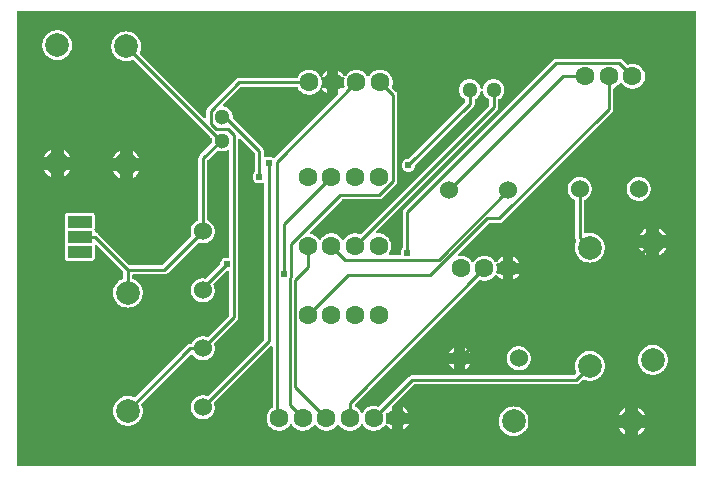
<source format=gbl>
G04 Layer: BottomLayer*
G04 EasyEDA v6.5.34, 2023-09-13 00:54:02*
G04 8d9e425805504cf3a60d87cb7ac09cbe,2c7f107921f9494b8657ce3d0c88cbd9,10*
G04 Gerber Generator version 0.2*
G04 Scale: 100 percent, Rotated: No, Reflected: No *
G04 Dimensions in millimeters *
G04 leading zeros omitted , absolute positions ,4 integer and 5 decimal *
%FSLAX45Y45*%
%MOMM*%

%AMMACRO1*21,1,$1,$2,0,0,$3*%
%ADD10C,0.2540*%
%ADD11C,1.6000*%
%ADD12C,1.5240*%
%ADD13C,1.3000*%
%ADD14MACRO1,2.0206X1.002X0.0000*%
%ADD15C,2.0000*%
%ADD16C,0.6100*%
%ADD17C,0.0189*%

%LPD*%
G36*
X736092Y10825886D02*
G01*
X732180Y10826648D01*
X728878Y10828883D01*
X726694Y10832134D01*
X725932Y10836046D01*
X725932Y14663877D01*
X726694Y14667788D01*
X728878Y14671090D01*
X732180Y14673275D01*
X736092Y14674037D01*
X6463944Y14674037D01*
X6467805Y14673275D01*
X6471107Y14671090D01*
X6473291Y14667788D01*
X6474104Y14663877D01*
X6474104Y10836046D01*
X6473291Y10832134D01*
X6471107Y10828883D01*
X6467805Y10826648D01*
X6463944Y10825886D01*
G37*

%LPC*%
G36*
X4930902Y11075517D02*
G01*
X4946091Y11076432D01*
X4961026Y11079175D01*
X4975555Y11083696D01*
X4989423Y11089944D01*
X5002428Y11097818D01*
X5014366Y11107166D01*
X5025136Y11117935D01*
X5034483Y11129873D01*
X5042357Y11142878D01*
X5048605Y11156746D01*
X5053126Y11171275D01*
X5055870Y11186210D01*
X5056784Y11201400D01*
X5055870Y11216589D01*
X5053126Y11231524D01*
X5048605Y11246053D01*
X5042357Y11259921D01*
X5034483Y11272926D01*
X5025136Y11284864D01*
X5014366Y11295634D01*
X5002428Y11304981D01*
X4989423Y11312855D01*
X4975555Y11319103D01*
X4961026Y11323624D01*
X4946091Y11326368D01*
X4930902Y11327282D01*
X4915712Y11326368D01*
X4900777Y11323624D01*
X4886248Y11319103D01*
X4872380Y11312855D01*
X4859375Y11304981D01*
X4847437Y11295634D01*
X4836668Y11284864D01*
X4827320Y11272926D01*
X4819446Y11259921D01*
X4813198Y11246053D01*
X4808677Y11231524D01*
X4805934Y11216589D01*
X4805019Y11201400D01*
X4805934Y11186210D01*
X4808677Y11171275D01*
X4813198Y11156746D01*
X4819446Y11142878D01*
X4827320Y11129873D01*
X4836668Y11117935D01*
X4847437Y11107166D01*
X4859375Y11097818D01*
X4872380Y11089944D01*
X4886248Y11083696D01*
X4900777Y11079175D01*
X4915712Y11076432D01*
G37*
G36*
X5987237Y11088979D02*
G01*
X5989421Y11089944D01*
X6002426Y11097818D01*
X6014364Y11107166D01*
X6025134Y11117935D01*
X6034481Y11129873D01*
X6042355Y11142878D01*
X6043320Y11145062D01*
X5987237Y11145062D01*
G37*
G36*
X5874562Y11088979D02*
G01*
X5874562Y11145062D01*
X5818479Y11145062D01*
X5819444Y11142878D01*
X5827318Y11129873D01*
X5836666Y11117935D01*
X5847435Y11107166D01*
X5859373Y11097818D01*
X5872378Y11089944D01*
G37*
G36*
X2946400Y11120932D02*
G01*
X2960217Y11121796D01*
X2973781Y11124539D01*
X2986938Y11128959D01*
X2999333Y11135106D01*
X3010865Y11142776D01*
X3021279Y11151920D01*
X3030423Y11162334D01*
X3037941Y11173612D01*
X3040735Y11176457D01*
X3044393Y11177930D01*
X3048406Y11177930D01*
X3052064Y11176457D01*
X3054858Y11173612D01*
X3062376Y11162334D01*
X3071520Y11151920D01*
X3081934Y11142776D01*
X3093466Y11135106D01*
X3105861Y11128959D01*
X3119018Y11124539D01*
X3132582Y11121796D01*
X3146399Y11120932D01*
X3160217Y11121796D01*
X3173780Y11124539D01*
X3186938Y11128959D01*
X3199333Y11135106D01*
X3210864Y11142776D01*
X3221278Y11151920D01*
X3230422Y11162334D01*
X3237941Y11173612D01*
X3240735Y11176457D01*
X3244392Y11177930D01*
X3248406Y11177930D01*
X3252063Y11176457D01*
X3254857Y11173612D01*
X3262376Y11162334D01*
X3271520Y11151920D01*
X3281934Y11142776D01*
X3293465Y11135106D01*
X3305860Y11128959D01*
X3319018Y11124539D01*
X3332581Y11121796D01*
X3346399Y11120932D01*
X3360216Y11121796D01*
X3373780Y11124539D01*
X3386937Y11128959D01*
X3399332Y11135106D01*
X3410864Y11142776D01*
X3421278Y11151920D01*
X3430422Y11162334D01*
X3437940Y11173612D01*
X3440734Y11176457D01*
X3444392Y11177930D01*
X3448405Y11177930D01*
X3452063Y11176457D01*
X3454857Y11173612D01*
X3462375Y11162334D01*
X3471519Y11151920D01*
X3481933Y11142776D01*
X3493465Y11135106D01*
X3505860Y11128959D01*
X3519017Y11124539D01*
X3532581Y11121796D01*
X3546398Y11120932D01*
X3560216Y11121796D01*
X3573779Y11124539D01*
X3586937Y11128959D01*
X3599332Y11135106D01*
X3610864Y11142776D01*
X3621278Y11151920D01*
X3630422Y11162334D01*
X3637940Y11173612D01*
X3640734Y11176457D01*
X3644392Y11177930D01*
X3648405Y11177930D01*
X3652062Y11176457D01*
X3654856Y11173612D01*
X3662375Y11162334D01*
X3671519Y11151920D01*
X3681933Y11142776D01*
X3693464Y11135106D01*
X3705860Y11128959D01*
X3719017Y11124539D01*
X3732580Y11121796D01*
X3746398Y11120932D01*
X3760215Y11121796D01*
X3773779Y11124539D01*
X3786936Y11128959D01*
X3799332Y11135106D01*
X3810863Y11142776D01*
X3821277Y11151920D01*
X3830421Y11162334D01*
X3837940Y11173612D01*
X3840734Y11176457D01*
X3844391Y11177930D01*
X3848404Y11177930D01*
X3852062Y11176457D01*
X3854856Y11173612D01*
X3862374Y11162334D01*
X3871518Y11151920D01*
X3881932Y11142776D01*
X3893464Y11135106D01*
X3900068Y11131854D01*
X3900068Y11180470D01*
X3856431Y11180470D01*
X3852672Y11181181D01*
X3849420Y11183264D01*
X3847185Y11186363D01*
X3846271Y11190071D01*
X3846779Y11193881D01*
X3848658Y11199418D01*
X3851401Y11212982D01*
X3852265Y11226800D01*
X3851401Y11240617D01*
X3848658Y11254181D01*
X3846779Y11259718D01*
X3846271Y11263528D01*
X3847185Y11267236D01*
X3849420Y11270335D01*
X3852672Y11272418D01*
X3856431Y11273129D01*
X3900068Y11273129D01*
X3900068Y11321643D01*
X3900830Y11325504D01*
X3903014Y11328806D01*
X4084269Y11510060D01*
X4087571Y11512245D01*
X4091432Y11513007D01*
X5455158Y11513007D01*
X5463184Y11513820D01*
X5470398Y11516004D01*
X5477052Y11519560D01*
X5483301Y11524691D01*
X5512968Y11554358D01*
X5516372Y11556593D01*
X5520334Y11557355D01*
X5524296Y11556441D01*
X5530646Y11553596D01*
X5545175Y11549075D01*
X5560110Y11546332D01*
X5575300Y11545417D01*
X5590489Y11546332D01*
X5605424Y11549075D01*
X5619953Y11553596D01*
X5633821Y11559844D01*
X5646826Y11567718D01*
X5658764Y11577066D01*
X5669534Y11587835D01*
X5678881Y11599773D01*
X5686755Y11612778D01*
X5693003Y11626646D01*
X5697524Y11641175D01*
X5700268Y11656110D01*
X5701182Y11671300D01*
X5700268Y11686489D01*
X5697524Y11701424D01*
X5693003Y11715953D01*
X5686755Y11729821D01*
X5678881Y11742826D01*
X5669534Y11754764D01*
X5658764Y11765534D01*
X5646826Y11774881D01*
X5633821Y11782755D01*
X5619953Y11789003D01*
X5605424Y11793524D01*
X5590489Y11796268D01*
X5575300Y11797182D01*
X5560110Y11796268D01*
X5545175Y11793524D01*
X5530646Y11789003D01*
X5516778Y11782755D01*
X5503773Y11774881D01*
X5491835Y11765534D01*
X5481066Y11754764D01*
X5471718Y11742826D01*
X5463844Y11729821D01*
X5457596Y11715953D01*
X5453075Y11701424D01*
X5450332Y11686489D01*
X5449417Y11671300D01*
X5450332Y11656110D01*
X5453075Y11641175D01*
X5457596Y11626646D01*
X5460441Y11620296D01*
X5461355Y11616334D01*
X5460593Y11612372D01*
X5458358Y11608968D01*
X5442610Y11593220D01*
X5439308Y11591036D01*
X5435447Y11590223D01*
X4071721Y11590223D01*
X4063695Y11589461D01*
X4056481Y11587276D01*
X4049826Y11583720D01*
X4043578Y11578590D01*
X3793388Y11328400D01*
X3790340Y11326266D01*
X3786682Y11325453D01*
X3782974Y11325961D01*
X3773779Y11329060D01*
X3760215Y11331803D01*
X3746398Y11332667D01*
X3732580Y11331803D01*
X3719017Y11329060D01*
X3705860Y11324640D01*
X3693464Y11318494D01*
X3681933Y11310823D01*
X3671519Y11301679D01*
X3662375Y11291265D01*
X3654856Y11279987D01*
X3652062Y11277142D01*
X3648405Y11275618D01*
X3644392Y11275618D01*
X3640734Y11277142D01*
X3637940Y11279987D01*
X3630422Y11291265D01*
X3621278Y11301679D01*
X3610864Y11310823D01*
X3599332Y11318494D01*
X3590696Y11322761D01*
X3587699Y11324996D01*
X3585718Y11328196D01*
X3585006Y11331905D01*
X3585006Y11339880D01*
X3585768Y11343792D01*
X3588004Y11347094D01*
X4636109Y12395200D01*
X4639208Y12397282D01*
X4642815Y12398146D01*
X4646523Y12397638D01*
X4655718Y12394539D01*
X4669282Y12391796D01*
X4683099Y12390932D01*
X4696917Y12391796D01*
X4710480Y12394539D01*
X4723638Y12398959D01*
X4736033Y12405106D01*
X4747564Y12412776D01*
X4757978Y12421920D01*
X4767122Y12432334D01*
X4774641Y12443612D01*
X4777435Y12446457D01*
X4781092Y12447930D01*
X4785106Y12447930D01*
X4788763Y12446457D01*
X4791557Y12443612D01*
X4799076Y12432334D01*
X4808220Y12421920D01*
X4818634Y12412776D01*
X4830165Y12405106D01*
X4836769Y12401854D01*
X4836769Y12450470D01*
X4793132Y12450470D01*
X4789373Y12451181D01*
X4786122Y12453264D01*
X4783886Y12456363D01*
X4782972Y12460071D01*
X4783480Y12463881D01*
X4785360Y12469418D01*
X4788103Y12482982D01*
X4788966Y12496800D01*
X4788103Y12510617D01*
X4785360Y12524181D01*
X4783480Y12529718D01*
X4782972Y12533528D01*
X4783886Y12537236D01*
X4786122Y12540335D01*
X4789373Y12542418D01*
X4793132Y12543129D01*
X4836769Y12543129D01*
X4836769Y12591745D01*
X4830165Y12588494D01*
X4818634Y12580823D01*
X4808220Y12571679D01*
X4799076Y12561265D01*
X4791557Y12549987D01*
X4788763Y12547142D01*
X4785106Y12545618D01*
X4781092Y12545618D01*
X4777435Y12547142D01*
X4774641Y12549987D01*
X4767122Y12561265D01*
X4757978Y12571679D01*
X4747564Y12580823D01*
X4736033Y12588494D01*
X4723638Y12594640D01*
X4710480Y12599060D01*
X4696917Y12601803D01*
X4683099Y12602667D01*
X4669282Y12601803D01*
X4655718Y12599060D01*
X4642561Y12594640D01*
X4630166Y12588494D01*
X4618634Y12580823D01*
X4608220Y12571679D01*
X4599076Y12561265D01*
X4591558Y12549987D01*
X4588764Y12547142D01*
X4585106Y12545618D01*
X4581093Y12545618D01*
X4577435Y12547142D01*
X4574641Y12549987D01*
X4567123Y12561265D01*
X4557979Y12571679D01*
X4547565Y12580823D01*
X4536033Y12588494D01*
X4523638Y12594640D01*
X4510481Y12599060D01*
X4496917Y12601803D01*
X4483100Y12602667D01*
X4469282Y12601803D01*
X4464253Y12601702D01*
X4460392Y12603530D01*
X4457598Y12606832D01*
X4456430Y12610947D01*
X4457039Y12615164D01*
X4459376Y12618770D01*
X4718710Y12878104D01*
X4722012Y12880289D01*
X4725873Y12881051D01*
X4808220Y12881051D01*
X4816246Y12881864D01*
X4823460Y12884048D01*
X4830114Y12887604D01*
X4836363Y12892735D01*
X5764174Y13820546D01*
X5769254Y13826744D01*
X5772810Y13833449D01*
X5775045Y13840663D01*
X5775807Y13848689D01*
X5775807Y14017294D01*
X5776518Y14021003D01*
X5778500Y14024152D01*
X5781497Y14026438D01*
X5790133Y14030706D01*
X5801664Y14038376D01*
X5812078Y14047520D01*
X5821222Y14057934D01*
X5828741Y14069212D01*
X5831535Y14072057D01*
X5835192Y14073530D01*
X5839206Y14073530D01*
X5842863Y14072057D01*
X5845657Y14069212D01*
X5853176Y14057934D01*
X5862320Y14047520D01*
X5872734Y14038376D01*
X5884265Y14030706D01*
X5896660Y14024559D01*
X5909818Y14020139D01*
X5923381Y14017396D01*
X5937199Y14016532D01*
X5951016Y14017396D01*
X5964580Y14020139D01*
X5977737Y14024559D01*
X5990132Y14030706D01*
X6001664Y14038376D01*
X6012078Y14047520D01*
X6021222Y14057934D01*
X6028893Y14069466D01*
X6035040Y14081861D01*
X6039459Y14095018D01*
X6042202Y14108582D01*
X6043066Y14122400D01*
X6042202Y14136217D01*
X6039459Y14149781D01*
X6035040Y14162938D01*
X6028893Y14175333D01*
X6021222Y14186865D01*
X6012078Y14197279D01*
X6001664Y14206423D01*
X5990132Y14214094D01*
X5977737Y14220240D01*
X5964580Y14224660D01*
X5951016Y14227403D01*
X5937199Y14228267D01*
X5923381Y14227403D01*
X5909818Y14224660D01*
X5900623Y14221561D01*
X5896914Y14221053D01*
X5893308Y14221917D01*
X5890209Y14224000D01*
X5854700Y14259458D01*
X5848502Y14264589D01*
X5841847Y14268145D01*
X5834583Y14270329D01*
X5826556Y14271142D01*
X5293461Y14271142D01*
X5285435Y14270329D01*
X5278221Y14268145D01*
X5271516Y14264589D01*
X5265318Y14259458D01*
X4005376Y12999567D01*
X4000246Y12993319D01*
X3996690Y12986664D01*
X3994505Y12979450D01*
X3993743Y12971424D01*
X3993743Y12674650D01*
X3992930Y12670790D01*
X3990746Y12667488D01*
X3989171Y12665862D01*
X3983532Y12657836D01*
X3979367Y12648946D01*
X3976827Y12639446D01*
X3975963Y12629642D01*
X3976776Y12620244D01*
X3976268Y12616129D01*
X3974134Y12612522D01*
X3970731Y12610084D01*
X3966667Y12609220D01*
X3881628Y12609220D01*
X3877360Y12610134D01*
X3873906Y12612776D01*
X3871823Y12616637D01*
X3871569Y12620955D01*
X3873144Y12625019D01*
X3879392Y12634366D01*
X3885539Y12646761D01*
X3889959Y12659918D01*
X3892702Y12673482D01*
X3893565Y12687300D01*
X3892702Y12701117D01*
X3889959Y12714732D01*
X3885539Y12727838D01*
X3879392Y12740233D01*
X3871722Y12751765D01*
X3862578Y12762179D01*
X3852164Y12771323D01*
X3840632Y12778994D01*
X3828237Y12785140D01*
X3815079Y12789560D01*
X3801516Y12792303D01*
X3787698Y12793167D01*
X3773525Y12792202D01*
X3769258Y12792303D01*
X3765346Y12794132D01*
X3762603Y12797383D01*
X3761435Y12801498D01*
X3762044Y12805765D01*
X3764381Y12809372D01*
X4787950Y13832941D01*
X4793081Y13839190D01*
X4796637Y13845844D01*
X4798822Y13853058D01*
X4799634Y13861084D01*
X4799634Y13919860D01*
X4800244Y13923314D01*
X4801971Y13926362D01*
X4804714Y13928648D01*
X4811826Y13932763D01*
X4821834Y13940536D01*
X4830622Y13949680D01*
X4838090Y13959941D01*
X4844034Y13971117D01*
X4848352Y13983055D01*
X4850993Y13995450D01*
X4851908Y14008100D01*
X4850993Y14020749D01*
X4848352Y14033144D01*
X4844034Y14045082D01*
X4838090Y14056258D01*
X4830622Y14066519D01*
X4821834Y14075663D01*
X4811826Y14083436D01*
X4800854Y14089786D01*
X4789068Y14094510D01*
X4776774Y14097609D01*
X4764176Y14098930D01*
X4751476Y14098473D01*
X4739030Y14096288D01*
X4726940Y14092377D01*
X4715560Y14086789D01*
X4705045Y14079728D01*
X4695647Y14071244D01*
X4687468Y14061541D01*
X4680762Y14050772D01*
X4675581Y14039189D01*
X4672076Y14026946D01*
X4671110Y14020647D01*
X4669739Y14016888D01*
X4667046Y14013942D01*
X4663389Y14012265D01*
X4659376Y14012163D01*
X4655616Y14013586D01*
X4652721Y14016380D01*
X4651146Y14020038D01*
X4648352Y14033144D01*
X4644034Y14045082D01*
X4638090Y14056258D01*
X4630623Y14066519D01*
X4621834Y14075663D01*
X4611827Y14083436D01*
X4600854Y14089786D01*
X4589068Y14094510D01*
X4576775Y14097609D01*
X4564176Y14098930D01*
X4551476Y14098473D01*
X4539030Y14096288D01*
X4526940Y14092377D01*
X4515561Y14086789D01*
X4505045Y14079728D01*
X4495647Y14071244D01*
X4487468Y14061541D01*
X4480763Y14050772D01*
X4475581Y14039189D01*
X4472127Y14026997D01*
X4470349Y14014450D01*
X4470349Y14001750D01*
X4472127Y13989202D01*
X4475581Y13977010D01*
X4480763Y13965428D01*
X4487468Y13954658D01*
X4495647Y13944955D01*
X4505045Y13936472D01*
X4519726Y13926616D01*
X4521708Y13923416D01*
X4522419Y13919707D01*
X4522419Y13910462D01*
X4521606Y13906550D01*
X4519422Y13903248D01*
X4045254Y13429081D01*
X4042359Y13427100D01*
X4038955Y13426186D01*
X4030929Y13425474D01*
X4021429Y13422934D01*
X4012539Y13418769D01*
X4004462Y13413130D01*
X3997553Y13406170D01*
X3991914Y13398144D01*
X3987749Y13389254D01*
X3985209Y13379754D01*
X3984345Y13369950D01*
X3985209Y13360146D01*
X3987749Y13350646D01*
X3991914Y13341756D01*
X3997553Y13333730D01*
X4004462Y13326770D01*
X4012539Y13321131D01*
X4021429Y13316966D01*
X4030929Y13314426D01*
X4040733Y13313562D01*
X4050487Y13314426D01*
X4059986Y13316966D01*
X4068876Y13321131D01*
X4076954Y13326770D01*
X4083913Y13333730D01*
X4089552Y13341756D01*
X4093667Y13350646D01*
X4096207Y13360146D01*
X4096918Y13368223D01*
X4097832Y13371626D01*
X4099864Y13374522D01*
X4587951Y13862608D01*
X4593082Y13868806D01*
X4596638Y13875512D01*
X4598822Y13882725D01*
X4599635Y13890751D01*
X4599635Y13919860D01*
X4600244Y13923314D01*
X4601972Y13926362D01*
X4604715Y13928648D01*
X4611827Y13932763D01*
X4621834Y13940536D01*
X4630623Y13949680D01*
X4638090Y13959941D01*
X4644034Y13971117D01*
X4648352Y13983055D01*
X4651146Y13996466D01*
X4652772Y14000175D01*
X4655667Y14002969D01*
X4659426Y14004442D01*
X4663440Y14004290D01*
X4667097Y14002613D01*
X4669840Y13999616D01*
X4671161Y13995806D01*
X4672126Y13989202D01*
X4675581Y13977010D01*
X4680762Y13965428D01*
X4687468Y13954658D01*
X4695647Y13944955D01*
X4705045Y13936472D01*
X4719726Y13926616D01*
X4721707Y13923416D01*
X4722418Y13919707D01*
X4722418Y13880795D01*
X4721606Y13876934D01*
X4719421Y13873632D01*
X3634689Y12788900D01*
X3631641Y12786817D01*
X3627983Y12785953D01*
X3624275Y12786461D01*
X3615080Y12789560D01*
X3601516Y12792303D01*
X3587699Y12793167D01*
X3573881Y12792303D01*
X3560318Y12789560D01*
X3547160Y12785140D01*
X3534765Y12778994D01*
X3523234Y12771323D01*
X3512820Y12762179D01*
X3503676Y12751765D01*
X3496157Y12740487D01*
X3493363Y12737642D01*
X3489706Y12736169D01*
X3485692Y12736169D01*
X3482035Y12737642D01*
X3479241Y12740487D01*
X3471722Y12751765D01*
X3462578Y12762179D01*
X3452164Y12771323D01*
X3440633Y12778994D01*
X3428237Y12785140D01*
X3415080Y12789560D01*
X3401517Y12792303D01*
X3387699Y12793167D01*
X3373882Y12792303D01*
X3360318Y12789560D01*
X3347161Y12785140D01*
X3334765Y12778994D01*
X3323234Y12771323D01*
X3312820Y12762179D01*
X3303676Y12751765D01*
X3296158Y12740487D01*
X3293364Y12737642D01*
X3289706Y12736169D01*
X3285693Y12736169D01*
X3282035Y12737642D01*
X3279241Y12740487D01*
X3271723Y12751765D01*
X3262579Y12762179D01*
X3252165Y12771323D01*
X3240633Y12778994D01*
X3228238Y12785140D01*
X3215081Y12789560D01*
X3212388Y12790119D01*
X3208375Y12791846D01*
X3205480Y12795097D01*
X3204260Y12799314D01*
X3204819Y12803581D01*
X3207156Y12807289D01*
X3477869Y13077952D01*
X3481171Y13080187D01*
X3485083Y13080949D01*
X3790696Y13080949D01*
X3798722Y13081762D01*
X3805986Y13083946D01*
X3812641Y13087502D01*
X3818839Y13092633D01*
X3934612Y13208355D01*
X3939743Y13214604D01*
X3943299Y13221258D01*
X3945483Y13228472D01*
X3946296Y13236498D01*
X3946296Y13963853D01*
X3945483Y13971879D01*
X3943299Y13979093D01*
X3939743Y13985748D01*
X3934612Y13991996D01*
X3901998Y14024610D01*
X3899915Y14027708D01*
X3899052Y14031315D01*
X3899560Y14035024D01*
X3902659Y14044218D01*
X3905402Y14057782D01*
X3906265Y14071600D01*
X3905402Y14085417D01*
X3902659Y14098981D01*
X3898239Y14112138D01*
X3892092Y14124533D01*
X3884422Y14136065D01*
X3875278Y14146479D01*
X3864864Y14155623D01*
X3853332Y14163294D01*
X3840937Y14169440D01*
X3827779Y14173860D01*
X3814216Y14176603D01*
X3800398Y14177467D01*
X3786581Y14176603D01*
X3773017Y14173860D01*
X3759860Y14169440D01*
X3747465Y14163294D01*
X3735933Y14155623D01*
X3725519Y14146479D01*
X3716375Y14136065D01*
X3708857Y14124787D01*
X3706063Y14121942D01*
X3702405Y14120418D01*
X3698392Y14120418D01*
X3694734Y14121942D01*
X3691940Y14124787D01*
X3684422Y14136065D01*
X3675278Y14146479D01*
X3664864Y14155623D01*
X3653332Y14163294D01*
X3640937Y14169440D01*
X3627780Y14173860D01*
X3614216Y14176603D01*
X3600399Y14177467D01*
X3586581Y14176603D01*
X3573018Y14173860D01*
X3559860Y14169440D01*
X3547465Y14163294D01*
X3535934Y14155623D01*
X3525520Y14146479D01*
X3516376Y14136065D01*
X3508857Y14124787D01*
X3506063Y14121942D01*
X3502406Y14120418D01*
X3498392Y14120418D01*
X3494735Y14121942D01*
X3491941Y14124787D01*
X3484422Y14136065D01*
X3475278Y14146479D01*
X3464864Y14155623D01*
X3453333Y14163294D01*
X3446729Y14166545D01*
X3446729Y14117929D01*
X3490366Y14117929D01*
X3494125Y14117218D01*
X3497376Y14115135D01*
X3499612Y14112036D01*
X3500526Y14108328D01*
X3500018Y14104518D01*
X3498138Y14098981D01*
X3495395Y14085417D01*
X3494532Y14071600D01*
X3495395Y14057782D01*
X3498138Y14044218D01*
X3500018Y14038681D01*
X3500526Y14034871D01*
X3499612Y14031163D01*
X3497376Y14028064D01*
X3494125Y14025981D01*
X3490366Y14025270D01*
X3446729Y14025270D01*
X3446729Y13976756D01*
X3445967Y13972844D01*
X3443782Y13969593D01*
X2906268Y13432078D01*
X2903372Y13430046D01*
X2899968Y13429132D01*
X2896463Y13429437D01*
X2893263Y13430961D01*
X2885795Y13436142D01*
X2876905Y13440308D01*
X2867406Y13442848D01*
X2857652Y13443712D01*
X2847848Y13442848D01*
X2838348Y13440308D01*
X2831744Y13437209D01*
X2827782Y13436295D01*
X2823768Y13436955D01*
X2820365Y13439140D01*
X2818079Y13442442D01*
X2817266Y13446455D01*
X2817266Y13486180D01*
X2816504Y13494207D01*
X2814269Y13501420D01*
X2810713Y13508126D01*
X2805633Y13514324D01*
X2557322Y13762634D01*
X2555036Y13766088D01*
X2554325Y13770152D01*
X2554732Y13781074D01*
X2553411Y13793673D01*
X2550312Y13805966D01*
X2545588Y13817752D01*
X2539238Y13828725D01*
X2531465Y13838732D01*
X2522321Y13847521D01*
X2512060Y13854988D01*
X2500884Y13860932D01*
X2488946Y13865250D01*
X2479294Y13867333D01*
X2475382Y13869111D01*
X2472537Y13872362D01*
X2471267Y13876528D01*
X2471877Y13880795D01*
X2474214Y13884452D01*
X2619806Y14029994D01*
X2623108Y14032230D01*
X2627020Y14032992D01*
X3095294Y14032992D01*
X3099003Y14032280D01*
X3102152Y14030299D01*
X3104438Y14027302D01*
X3108706Y14018666D01*
X3116376Y14007134D01*
X3125520Y13996720D01*
X3135934Y13987576D01*
X3147466Y13979906D01*
X3159861Y13973759D01*
X3173018Y13969339D01*
X3186582Y13966596D01*
X3200400Y13965732D01*
X3214217Y13966596D01*
X3227781Y13969339D01*
X3240938Y13973759D01*
X3253333Y13979906D01*
X3264865Y13987576D01*
X3275279Y13996720D01*
X3284423Y14007134D01*
X3291941Y14018412D01*
X3294735Y14021257D01*
X3298393Y14022730D01*
X3302406Y14022730D01*
X3306064Y14021257D01*
X3308858Y14018412D01*
X3316376Y14007134D01*
X3325520Y13996720D01*
X3335934Y13987576D01*
X3347465Y13979906D01*
X3354070Y13976654D01*
X3354070Y14025270D01*
X3310432Y14025270D01*
X3306673Y14025981D01*
X3303422Y14028064D01*
X3301187Y14031163D01*
X3300272Y14034871D01*
X3300780Y14038681D01*
X3302660Y14044218D01*
X3305403Y14057782D01*
X3306267Y14071600D01*
X3305403Y14085417D01*
X3302660Y14098981D01*
X3300780Y14104518D01*
X3300272Y14108328D01*
X3301187Y14112036D01*
X3303422Y14115135D01*
X3306673Y14117218D01*
X3310432Y14117929D01*
X3354070Y14117929D01*
X3354070Y14166545D01*
X3347465Y14163294D01*
X3335934Y14155623D01*
X3325520Y14146479D01*
X3316376Y14136065D01*
X3308858Y14124787D01*
X3306064Y14121942D01*
X3302406Y14120418D01*
X3298393Y14120418D01*
X3294735Y14121942D01*
X3291941Y14124787D01*
X3284423Y14136065D01*
X3275279Y14146479D01*
X3264865Y14155623D01*
X3253333Y14163294D01*
X3240938Y14169440D01*
X3227781Y14173860D01*
X3214217Y14176603D01*
X3200400Y14177467D01*
X3186582Y14176603D01*
X3173018Y14173860D01*
X3159861Y14169440D01*
X3147466Y14163294D01*
X3135934Y14155623D01*
X3125520Y14146479D01*
X3116376Y14136065D01*
X3108706Y14124533D01*
X3104438Y14115897D01*
X3102152Y14112900D01*
X3099003Y14110919D01*
X3095294Y14110207D01*
X2607310Y14110207D01*
X2599283Y14109395D01*
X2592070Y14107210D01*
X2585364Y14103654D01*
X2579166Y14098524D01*
X2340406Y13859763D01*
X2335276Y13853566D01*
X2331720Y13846860D01*
X2329535Y13839647D01*
X2328722Y13831620D01*
X2328722Y13777823D01*
X2327960Y13773912D01*
X2325725Y13770610D01*
X2322474Y13768425D01*
X2318562Y13767663D01*
X2314702Y13768425D01*
X2311400Y13770610D01*
X1767941Y14314068D01*
X1765706Y14317472D01*
X1764944Y14321434D01*
X1765858Y14325396D01*
X1768703Y14331746D01*
X1773224Y14346275D01*
X1775968Y14361210D01*
X1776882Y14376400D01*
X1775968Y14391589D01*
X1773224Y14406524D01*
X1768703Y14421053D01*
X1762455Y14434921D01*
X1754581Y14447926D01*
X1745234Y14459864D01*
X1734464Y14470634D01*
X1722526Y14479981D01*
X1709521Y14487855D01*
X1695653Y14494103D01*
X1681124Y14498624D01*
X1666189Y14501368D01*
X1651000Y14502282D01*
X1635810Y14501368D01*
X1620875Y14498624D01*
X1606346Y14494103D01*
X1592478Y14487855D01*
X1579473Y14479981D01*
X1567535Y14470634D01*
X1556766Y14459864D01*
X1547418Y14447926D01*
X1539544Y14434921D01*
X1533296Y14421053D01*
X1528775Y14406524D01*
X1526032Y14391589D01*
X1525117Y14376400D01*
X1526032Y14361210D01*
X1528775Y14346275D01*
X1533296Y14331746D01*
X1539544Y14317878D01*
X1547418Y14304873D01*
X1556766Y14292935D01*
X1567535Y14282166D01*
X1579473Y14272818D01*
X1592478Y14264944D01*
X1606346Y14258696D01*
X1620875Y14254175D01*
X1635810Y14251432D01*
X1651000Y14250517D01*
X1666189Y14251432D01*
X1681124Y14254175D01*
X1695653Y14258696D01*
X1702003Y14261541D01*
X1705965Y14262455D01*
X1709928Y14261693D01*
X1713331Y14259458D01*
X2371445Y13601395D01*
X2373833Y13597585D01*
X2374341Y13593114D01*
X2373071Y13581075D01*
X2373528Y13568375D01*
X2374392Y13563498D01*
X2374442Y13560247D01*
X2373477Y13557199D01*
X2371547Y13554557D01*
X2271776Y13454786D01*
X2266645Y13448538D01*
X2263089Y13441883D01*
X2260904Y13434669D01*
X2260142Y13426643D01*
X2260142Y12911175D01*
X2259431Y12907518D01*
X2257501Y12904317D01*
X2254554Y12902082D01*
X2246680Y12898120D01*
X2235454Y12890398D01*
X2225344Y12881254D01*
X2216505Y12870840D01*
X2209190Y12859359D01*
X2203450Y12846964D01*
X2199386Y12833959D01*
X2197150Y12820497D01*
X2196693Y12806883D01*
X2198065Y12793319D01*
X2201214Y12780060D01*
X2202383Y12777063D01*
X2203043Y12773253D01*
X2202230Y12769443D01*
X2200046Y12766243D01*
X1961591Y12527737D01*
X1958289Y12525552D01*
X1954377Y12524740D01*
X1683918Y12524740D01*
X1680006Y12525552D01*
X1676704Y12527737D01*
X1413967Y12790474D01*
X1407718Y12795605D01*
X1401064Y12799161D01*
X1389837Y12802463D01*
X1386890Y12804698D01*
X1384909Y12807848D01*
X1383538Y12819481D01*
X1382064Y12823698D01*
X1381506Y12827050D01*
X1382064Y12830403D01*
X1383538Y12834620D01*
X1384249Y12840970D01*
X1384249Y12940131D01*
X1383538Y12946481D01*
X1381607Y12951917D01*
X1378559Y12956844D01*
X1374444Y12960908D01*
X1369568Y12964007D01*
X1364081Y12965887D01*
X1357782Y12966598D01*
X1156970Y12966598D01*
X1150670Y12965887D01*
X1145184Y12964007D01*
X1140307Y12960908D01*
X1136192Y12956844D01*
X1133144Y12951917D01*
X1131214Y12946481D01*
X1130503Y12940131D01*
X1130503Y12840970D01*
X1131214Y12834620D01*
X1132687Y12830403D01*
X1133246Y12827050D01*
X1132687Y12823698D01*
X1131214Y12819481D01*
X1130503Y12813131D01*
X1130503Y12713970D01*
X1131214Y12707620D01*
X1132687Y12703403D01*
X1133246Y12700050D01*
X1132687Y12696698D01*
X1131214Y12692481D01*
X1130503Y12686131D01*
X1130503Y12586970D01*
X1131214Y12580620D01*
X1133144Y12575184D01*
X1136192Y12570256D01*
X1140307Y12566192D01*
X1145184Y12563094D01*
X1150670Y12561214D01*
X1156970Y12560452D01*
X1357782Y12560452D01*
X1364081Y12561214D01*
X1369568Y12563094D01*
X1374444Y12566192D01*
X1378559Y12570256D01*
X1381607Y12575184D01*
X1383538Y12580620D01*
X1384249Y12586970D01*
X1384249Y12686487D01*
X1385011Y12690348D01*
X1387246Y12693650D01*
X1390497Y12695885D01*
X1394409Y12696647D01*
X1398320Y12695885D01*
X1401572Y12693650D01*
X1622094Y12473127D01*
X1624330Y12469825D01*
X1625092Y12465964D01*
X1625092Y12417298D01*
X1624380Y12413488D01*
X1622247Y12410236D01*
X1619097Y12408001D01*
X1605178Y12401753D01*
X1592173Y12393879D01*
X1580235Y12384532D01*
X1569466Y12373762D01*
X1560118Y12361824D01*
X1552244Y12348819D01*
X1545996Y12334951D01*
X1541475Y12320422D01*
X1538732Y12305487D01*
X1537817Y12290298D01*
X1538732Y12275108D01*
X1541475Y12260173D01*
X1545996Y12245644D01*
X1552244Y12231776D01*
X1560118Y12218771D01*
X1569466Y12206833D01*
X1580235Y12196064D01*
X1592173Y12186716D01*
X1605178Y12178842D01*
X1619046Y12172594D01*
X1633575Y12168073D01*
X1648510Y12165330D01*
X1663700Y12164415D01*
X1678889Y12165330D01*
X1693824Y12168073D01*
X1708353Y12172594D01*
X1722221Y12178842D01*
X1735226Y12186716D01*
X1747164Y12196064D01*
X1757934Y12206833D01*
X1767281Y12218771D01*
X1775155Y12231776D01*
X1781403Y12245644D01*
X1785924Y12260173D01*
X1788668Y12275108D01*
X1789582Y12290298D01*
X1788668Y12305487D01*
X1785924Y12320422D01*
X1781403Y12334951D01*
X1775155Y12348819D01*
X1767281Y12361824D01*
X1757934Y12373762D01*
X1747164Y12384532D01*
X1735226Y12393879D01*
X1722221Y12401753D01*
X1708302Y12408001D01*
X1705152Y12410236D01*
X1703070Y12413488D01*
X1702307Y12417298D01*
X1702307Y12437364D01*
X1703070Y12441275D01*
X1705305Y12444577D01*
X1708607Y12446762D01*
X1712468Y12447524D01*
X1974088Y12447524D01*
X1982114Y12448336D01*
X1989378Y12450521D01*
X1996033Y12454077D01*
X2002231Y12459208D01*
X2254504Y12711480D01*
X2257450Y12713512D01*
X2260854Y12714427D01*
X2264410Y12714122D01*
X2278380Y12710261D01*
X2291892Y12708432D01*
X2305507Y12708432D01*
X2319070Y12710261D01*
X2332177Y12713868D01*
X2344775Y12719151D01*
X2356510Y12726111D01*
X2367178Y12734594D01*
X2376678Y12744399D01*
X2384755Y12755372D01*
X2391308Y12767310D01*
X2396236Y12780060D01*
X2399385Y12793319D01*
X2400757Y12806883D01*
X2400300Y12820497D01*
X2398014Y12833959D01*
X2394000Y12846964D01*
X2388260Y12859359D01*
X2380894Y12870840D01*
X2372106Y12881254D01*
X2361996Y12890398D01*
X2350719Y12898120D01*
X2342896Y12902082D01*
X2339949Y12904317D01*
X2338019Y12907467D01*
X2337358Y12911124D01*
X2337358Y13406932D01*
X2338120Y13410793D01*
X2340305Y13414095D01*
X2418130Y13491921D01*
X2421483Y13494156D01*
X2425496Y13494867D01*
X2429408Y13494004D01*
X2432812Y13492480D01*
X2445004Y13489025D01*
X2457551Y13487247D01*
X2470251Y13487247D01*
X2482799Y13489025D01*
X2494991Y13492480D01*
X2507081Y13497864D01*
X2510993Y13498779D01*
X2514955Y13498068D01*
X2518308Y13495883D01*
X2520594Y13492530D01*
X2521407Y13488619D01*
X2521407Y12596622D01*
X2520543Y12592507D01*
X2518105Y12589154D01*
X2514498Y12587020D01*
X2510332Y12586512D01*
X2501442Y12587274D01*
X2491638Y12586411D01*
X2482138Y12583871D01*
X2473248Y12579705D01*
X2465171Y12574117D01*
X2458262Y12567158D01*
X2452624Y12559080D01*
X2448458Y12550190D01*
X2445918Y12540691D01*
X2445207Y12532664D01*
X2444292Y12529261D01*
X2442260Y12526365D01*
X2328672Y12412776D01*
X2325979Y12410846D01*
X2322779Y12409881D01*
X2319477Y12409982D01*
X2312314Y12411456D01*
X2298700Y12412370D01*
X2285085Y12411456D01*
X2271725Y12408763D01*
X2258872Y12404293D01*
X2246680Y12398146D01*
X2235454Y12390424D01*
X2225344Y12381280D01*
X2216505Y12370866D01*
X2209190Y12359335D01*
X2203450Y12346990D01*
X2199386Y12333935D01*
X2197150Y12320524D01*
X2196693Y12306858D01*
X2198065Y12293295D01*
X2201214Y12280036D01*
X2206091Y12267336D01*
X2212644Y12255347D01*
X2220772Y12244374D01*
X2230221Y12234570D01*
X2240940Y12226137D01*
X2252675Y12219178D01*
X2265222Y12213844D01*
X2278380Y12210237D01*
X2291892Y12208408D01*
X2305507Y12208408D01*
X2319070Y12210237D01*
X2332177Y12213844D01*
X2344775Y12219178D01*
X2356510Y12226137D01*
X2367178Y12234570D01*
X2376678Y12244374D01*
X2384755Y12255347D01*
X2391308Y12267336D01*
X2396236Y12280036D01*
X2399385Y12293295D01*
X2400757Y12306858D01*
X2400300Y12320524D01*
X2398014Y12333935D01*
X2394000Y12346990D01*
X2390038Y12355474D01*
X2389073Y12359487D01*
X2389784Y12363500D01*
X2392070Y12366955D01*
X2496870Y12471755D01*
X2499766Y12473787D01*
X2503170Y12474702D01*
X2510332Y12475311D01*
X2514498Y12474803D01*
X2518105Y12472670D01*
X2520543Y12469317D01*
X2521407Y12465202D01*
X2521407Y12101169D01*
X2520594Y12097258D01*
X2518410Y12093956D01*
X2342743Y11918289D01*
X2339594Y11916156D01*
X2335936Y11915343D01*
X2332228Y11915902D01*
X2325674Y11918137D01*
X2312314Y11920880D01*
X2298700Y11921794D01*
X2285085Y11920880D01*
X2271725Y11918137D01*
X2258872Y11913666D01*
X2246680Y11907520D01*
X2235454Y11899798D01*
X2225344Y11890654D01*
X2216505Y11880240D01*
X2209190Y11868759D01*
X2207056Y11864187D01*
X2204821Y11861088D01*
X2201621Y11859006D01*
X2197862Y11858294D01*
X2193594Y11858294D01*
X2185568Y11857482D01*
X2178354Y11855297D01*
X2171649Y11851741D01*
X2165451Y11846610D01*
X1726031Y11407241D01*
X1722628Y11405006D01*
X1718665Y11404244D01*
X1714703Y11405158D01*
X1708353Y11408003D01*
X1693824Y11412524D01*
X1678889Y11415268D01*
X1663700Y11416182D01*
X1648510Y11415268D01*
X1633575Y11412524D01*
X1619046Y11408003D01*
X1605178Y11401755D01*
X1592173Y11393881D01*
X1580235Y11384534D01*
X1569466Y11373764D01*
X1560118Y11361826D01*
X1552244Y11348821D01*
X1545996Y11334953D01*
X1541475Y11320424D01*
X1538732Y11305489D01*
X1537817Y11290300D01*
X1538732Y11275110D01*
X1541475Y11260175D01*
X1545996Y11245646D01*
X1552244Y11231778D01*
X1560118Y11218773D01*
X1569466Y11206835D01*
X1580235Y11196066D01*
X1592173Y11186718D01*
X1605178Y11178844D01*
X1619046Y11172596D01*
X1633575Y11168075D01*
X1648510Y11165332D01*
X1663700Y11164417D01*
X1678889Y11165332D01*
X1693824Y11168075D01*
X1708353Y11172596D01*
X1722221Y11178844D01*
X1735226Y11186718D01*
X1747164Y11196066D01*
X1757934Y11206835D01*
X1767281Y11218773D01*
X1775155Y11231778D01*
X1781403Y11245646D01*
X1785924Y11260175D01*
X1788668Y11275110D01*
X1789582Y11290300D01*
X1788668Y11305489D01*
X1785924Y11320424D01*
X1781403Y11334953D01*
X1778558Y11341303D01*
X1777644Y11345265D01*
X1778406Y11349228D01*
X1780641Y11352631D01*
X2196033Y11768023D01*
X2199132Y11770156D01*
X2202789Y11771020D01*
X2206498Y11770461D01*
X2209749Y11768632D01*
X2220772Y11753799D01*
X2230221Y11743994D01*
X2240940Y11735511D01*
X2252675Y11728551D01*
X2265222Y11723268D01*
X2278380Y11719661D01*
X2291892Y11717832D01*
X2305507Y11717832D01*
X2319070Y11719661D01*
X2332177Y11723268D01*
X2344775Y11728551D01*
X2356510Y11735511D01*
X2367178Y11743994D01*
X2376678Y11753799D01*
X2384755Y11764772D01*
X2391308Y11776710D01*
X2396236Y11789460D01*
X2399385Y11802719D01*
X2400757Y11816283D01*
X2400300Y11829897D01*
X2398014Y11843359D01*
X2394864Y11853519D01*
X2394407Y11857177D01*
X2395321Y11860733D01*
X2397353Y11863730D01*
X2586939Y12053316D01*
X2592070Y12059513D01*
X2595626Y12066219D01*
X2597810Y12073432D01*
X2598623Y12081459D01*
X2598623Y13587628D01*
X2599385Y13591489D01*
X2601569Y13594791D01*
X2604871Y13597026D01*
X2608783Y13597788D01*
X2612644Y13597026D01*
X2615946Y13594791D01*
X2737053Y13473684D01*
X2739288Y13470382D01*
X2740050Y13466470D01*
X2740050Y13316508D01*
X2739288Y13312648D01*
X2737053Y13309346D01*
X2735478Y13307720D01*
X2729839Y13299694D01*
X2725674Y13290804D01*
X2723134Y13281304D01*
X2722270Y13271500D01*
X2723134Y13261695D01*
X2725674Y13252196D01*
X2729839Y13243306D01*
X2735478Y13235279D01*
X2742438Y13228319D01*
X2750464Y13222681D01*
X2759405Y13218515D01*
X2768854Y13215975D01*
X2778658Y13215112D01*
X2788462Y13215975D01*
X2797962Y13218515D01*
X2804566Y13221614D01*
X2808528Y13222579D01*
X2812491Y13221919D01*
X2815894Y13219734D01*
X2818231Y13216382D01*
X2819044Y13212419D01*
X2819044Y11898782D01*
X2818231Y11894921D01*
X2816047Y11891619D01*
X2342743Y11418316D01*
X2339594Y11416182D01*
X2335936Y11415318D01*
X2332228Y11415877D01*
X2325674Y11418163D01*
X2312314Y11420856D01*
X2298700Y11421770D01*
X2285085Y11420856D01*
X2271725Y11418163D01*
X2258872Y11413693D01*
X2246680Y11407546D01*
X2235454Y11399824D01*
X2225344Y11390680D01*
X2216505Y11380266D01*
X2209190Y11368735D01*
X2203450Y11356390D01*
X2199386Y11343335D01*
X2197150Y11329924D01*
X2196693Y11316258D01*
X2198065Y11302695D01*
X2201214Y11289436D01*
X2206091Y11276736D01*
X2212644Y11264747D01*
X2220772Y11253774D01*
X2230221Y11243970D01*
X2240940Y11235537D01*
X2252675Y11228578D01*
X2265222Y11223244D01*
X2278380Y11219637D01*
X2291892Y11217808D01*
X2305507Y11217808D01*
X2319070Y11219637D01*
X2332177Y11223244D01*
X2344775Y11228578D01*
X2356510Y11235537D01*
X2367178Y11243970D01*
X2376678Y11253774D01*
X2384755Y11264747D01*
X2391308Y11276736D01*
X2396236Y11289436D01*
X2399385Y11302695D01*
X2400757Y11316258D01*
X2400300Y11329924D01*
X2398014Y11343335D01*
X2394864Y11353546D01*
X2394407Y11357152D01*
X2395321Y11360708D01*
X2397353Y11363756D01*
X2872587Y11838940D01*
X2875889Y11841124D01*
X2879750Y11841886D01*
X2883662Y11841124D01*
X2886913Y11838940D01*
X2889148Y11835638D01*
X2889910Y11831726D01*
X2889910Y11321542D01*
X2889351Y11318290D01*
X2887827Y11315395D01*
X2885389Y11313109D01*
X2881934Y11310823D01*
X2871520Y11301679D01*
X2862376Y11291265D01*
X2854706Y11279733D01*
X2848559Y11267338D01*
X2844139Y11254181D01*
X2841396Y11240617D01*
X2840532Y11226800D01*
X2841396Y11212982D01*
X2844139Y11199418D01*
X2848559Y11186261D01*
X2854706Y11173866D01*
X2862376Y11162334D01*
X2871520Y11151920D01*
X2881934Y11142776D01*
X2893466Y11135106D01*
X2905861Y11128959D01*
X2919018Y11124539D01*
X2932582Y11121796D01*
G37*
G36*
X3992727Y11131854D02*
G01*
X3999331Y11135106D01*
X4010863Y11142776D01*
X4021277Y11151920D01*
X4030421Y11162334D01*
X4038092Y11173866D01*
X4041343Y11180470D01*
X3992727Y11180470D01*
G37*
G36*
X5987237Y11257737D02*
G01*
X6043320Y11257737D01*
X6042355Y11259921D01*
X6034481Y11272926D01*
X6025134Y11284864D01*
X6014364Y11295634D01*
X6002426Y11304981D01*
X5989421Y11312855D01*
X5987237Y11313820D01*
G37*
G36*
X5818479Y11257737D02*
G01*
X5874562Y11257737D01*
X5874562Y11313820D01*
X5872378Y11312855D01*
X5859373Y11304981D01*
X5847435Y11295634D01*
X5836666Y11284864D01*
X5827318Y11272926D01*
X5819444Y11259921D01*
G37*
G36*
X3992727Y11273129D02*
G01*
X4041343Y11273129D01*
X4038092Y11279733D01*
X4030421Y11291265D01*
X4021277Y11301679D01*
X4010863Y11310823D01*
X3999331Y11318494D01*
X3992727Y11321745D01*
G37*
G36*
X6108700Y11596217D02*
G01*
X6123889Y11597132D01*
X6138824Y11599875D01*
X6153353Y11604396D01*
X6167221Y11610644D01*
X6180226Y11618518D01*
X6192164Y11627866D01*
X6202934Y11638635D01*
X6212281Y11650573D01*
X6220155Y11663578D01*
X6226403Y11677446D01*
X6230924Y11691975D01*
X6233668Y11706910D01*
X6234582Y11722100D01*
X6233668Y11737289D01*
X6230924Y11752224D01*
X6226403Y11766753D01*
X6220155Y11780621D01*
X6212281Y11793626D01*
X6202934Y11805564D01*
X6192164Y11816334D01*
X6180226Y11825681D01*
X6167221Y11833555D01*
X6153353Y11839803D01*
X6138824Y11844324D01*
X6123889Y11847068D01*
X6108700Y11847982D01*
X6093510Y11847068D01*
X6078575Y11844324D01*
X6064046Y11839803D01*
X6050178Y11833555D01*
X6037173Y11825681D01*
X6025235Y11816334D01*
X6014466Y11805564D01*
X6005118Y11793626D01*
X5997244Y11780621D01*
X5990996Y11766753D01*
X5986475Y11752224D01*
X5983732Y11737289D01*
X5982817Y11722100D01*
X5983732Y11706910D01*
X5986475Y11691975D01*
X5990996Y11677446D01*
X5997244Y11663578D01*
X6005118Y11650573D01*
X6014466Y11638635D01*
X6025235Y11627866D01*
X6037173Y11618518D01*
X6050178Y11610644D01*
X6064046Y11604396D01*
X6078575Y11599875D01*
X6093510Y11597132D01*
G37*
G36*
X4970983Y11632793D02*
G01*
X4984597Y11633250D01*
X4998059Y11635486D01*
X5011115Y11639550D01*
X5023459Y11645290D01*
X5034940Y11652605D01*
X5045354Y11661394D01*
X5054498Y11671554D01*
X5062220Y11682780D01*
X5068366Y11694922D01*
X5072837Y11707825D01*
X5075580Y11721185D01*
X5076494Y11734800D01*
X5075580Y11748414D01*
X5072837Y11761774D01*
X5068366Y11774678D01*
X5062220Y11786819D01*
X5054498Y11798046D01*
X5045354Y11808206D01*
X5034940Y11816994D01*
X5023459Y11824309D01*
X5011115Y11830050D01*
X4998059Y11834114D01*
X4984597Y11836349D01*
X4970983Y11836806D01*
X4957419Y11835485D01*
X4944160Y11832285D01*
X4931410Y11827408D01*
X4919472Y11820855D01*
X4908499Y11812778D01*
X4898694Y11803278D01*
X4890211Y11792559D01*
X4883302Y11780824D01*
X4877968Y11768277D01*
X4874361Y11755120D01*
X4872532Y11741607D01*
X4872532Y11727992D01*
X4874361Y11714480D01*
X4877968Y11701322D01*
X4883302Y11688775D01*
X4890211Y11677040D01*
X4898694Y11666321D01*
X4908499Y11656822D01*
X4919472Y11648744D01*
X4931410Y11642191D01*
X4944160Y11637314D01*
X4957419Y11634114D01*
G37*
G36*
X4429963Y11643004D02*
G01*
X4429963Y11690350D01*
X4382617Y11690350D01*
X4383278Y11688775D01*
X4390237Y11677040D01*
X4398670Y11666321D01*
X4408474Y11656822D01*
X4419447Y11648744D01*
G37*
G36*
X4518863Y11643156D02*
G01*
X4523486Y11645290D01*
X4534966Y11652605D01*
X4545380Y11661394D01*
X4554524Y11671554D01*
X4562246Y11682780D01*
X4566056Y11690350D01*
X4518863Y11690350D01*
G37*
G36*
X4518863Y11779250D02*
G01*
X4566056Y11779250D01*
X4562246Y11786819D01*
X4554524Y11798046D01*
X4545380Y11808206D01*
X4534966Y11816994D01*
X4523486Y11824309D01*
X4518863Y11826443D01*
G37*
G36*
X4382617Y11779250D02*
G01*
X4429963Y11779250D01*
X4429963Y11826595D01*
X4419447Y11820855D01*
X4408474Y11812778D01*
X4398670Y11803278D01*
X4390237Y11792559D01*
X4383278Y11780824D01*
G37*
G36*
X4929428Y12401854D02*
G01*
X4936032Y12405106D01*
X4947564Y12412776D01*
X4957978Y12421920D01*
X4967122Y12432334D01*
X4974793Y12443866D01*
X4978044Y12450470D01*
X4929428Y12450470D01*
G37*
G36*
X4929428Y12543129D02*
G01*
X4978044Y12543129D01*
X4974793Y12549733D01*
X4967122Y12561265D01*
X4957978Y12571679D01*
X4947564Y12580823D01*
X4936032Y12588494D01*
X4929428Y12591745D01*
G37*
G36*
X5575300Y12545415D02*
G01*
X5590489Y12546330D01*
X5605424Y12549073D01*
X5619953Y12553594D01*
X5633821Y12559842D01*
X5646826Y12567716D01*
X5658764Y12577064D01*
X5669534Y12587833D01*
X5678881Y12599771D01*
X5686755Y12612776D01*
X5693003Y12626644D01*
X5697524Y12641173D01*
X5700268Y12656108D01*
X5701182Y12671298D01*
X5700268Y12686487D01*
X5697524Y12701422D01*
X5693003Y12715951D01*
X5686755Y12729819D01*
X5678881Y12742824D01*
X5669534Y12754762D01*
X5658764Y12765532D01*
X5646826Y12774879D01*
X5633821Y12782753D01*
X5619953Y12789001D01*
X5605424Y12793522D01*
X5590489Y12796266D01*
X5575300Y12797180D01*
X5560110Y12796266D01*
X5545175Y12793522D01*
X5542229Y12792608D01*
X5538470Y12792151D01*
X5534812Y12793167D01*
X5531764Y12795402D01*
X5529732Y12798602D01*
X5529021Y12802311D01*
X5529021Y13069062D01*
X5529732Y13072821D01*
X5531815Y13076021D01*
X5534914Y13078256D01*
X5539486Y13080390D01*
X5550966Y13087705D01*
X5561380Y13096494D01*
X5570524Y13106654D01*
X5578246Y13117880D01*
X5584393Y13130022D01*
X5588863Y13142925D01*
X5591556Y13156285D01*
X5592470Y13169900D01*
X5591556Y13183514D01*
X5588863Y13196874D01*
X5584393Y13209778D01*
X5578246Y13221919D01*
X5570524Y13233146D01*
X5561380Y13243306D01*
X5550966Y13252094D01*
X5539486Y13259409D01*
X5527090Y13265150D01*
X5514086Y13269213D01*
X5500624Y13271449D01*
X5487009Y13271906D01*
X5473446Y13270585D01*
X5460136Y13267385D01*
X5447436Y13262508D01*
X5435447Y13255955D01*
X5424474Y13247878D01*
X5414670Y13238378D01*
X5406237Y13227659D01*
X5399278Y13215924D01*
X5393944Y13203377D01*
X5390337Y13190219D01*
X5388559Y13176707D01*
X5388559Y13163092D01*
X5390337Y13149580D01*
X5393944Y13136422D01*
X5399278Y13123875D01*
X5406237Y13112140D01*
X5414670Y13101421D01*
X5424474Y13091921D01*
X5435447Y13083844D01*
X5446522Y13077799D01*
X5449316Y13075513D01*
X5451144Y13072414D01*
X5451805Y13068858D01*
X5451805Y12756692D01*
X5452618Y12748666D01*
X5454802Y12741452D01*
X5458358Y12734747D01*
X5461152Y12730276D01*
X5461609Y12726568D01*
X5460746Y12722961D01*
X5457596Y12715951D01*
X5453075Y12701422D01*
X5450332Y12686487D01*
X5449417Y12671298D01*
X5450332Y12656108D01*
X5453075Y12641173D01*
X5457596Y12626644D01*
X5463844Y12612776D01*
X5471718Y12599771D01*
X5481066Y12587833D01*
X5491835Y12577064D01*
X5503773Y12567716D01*
X5516778Y12559842D01*
X5530646Y12553594D01*
X5545175Y12549073D01*
X5560110Y12546330D01*
G37*
G36*
X6165037Y12609677D02*
G01*
X6167221Y12610642D01*
X6180226Y12618516D01*
X6192164Y12627864D01*
X6202934Y12638633D01*
X6212281Y12650571D01*
X6220155Y12663576D01*
X6221120Y12665760D01*
X6165037Y12665760D01*
G37*
G36*
X6052362Y12609677D02*
G01*
X6052362Y12665760D01*
X5996279Y12665760D01*
X5997244Y12663576D01*
X6005118Y12650571D01*
X6014466Y12638633D01*
X6025235Y12627864D01*
X6037173Y12618516D01*
X6050178Y12610642D01*
G37*
G36*
X5996279Y12778435D02*
G01*
X6052362Y12778435D01*
X6052362Y12834518D01*
X6050178Y12833553D01*
X6037173Y12825679D01*
X6025235Y12816332D01*
X6014466Y12805562D01*
X6005118Y12793624D01*
X5997244Y12780619D01*
G37*
G36*
X6165037Y12778435D02*
G01*
X6221120Y12778435D01*
X6220155Y12780619D01*
X6212281Y12793624D01*
X6202934Y12805562D01*
X6192164Y12816332D01*
X6180226Y12825679D01*
X6167221Y12833553D01*
X6165037Y12834518D01*
G37*
G36*
X5986983Y13067893D02*
G01*
X6000597Y13068350D01*
X6014059Y13070586D01*
X6027115Y13074650D01*
X6039459Y13080390D01*
X6050940Y13087705D01*
X6061354Y13096494D01*
X6070498Y13106654D01*
X6078220Y13117880D01*
X6084366Y13130022D01*
X6088837Y13142925D01*
X6091580Y13156285D01*
X6092494Y13169900D01*
X6091580Y13183514D01*
X6088837Y13196874D01*
X6084366Y13209778D01*
X6078220Y13221919D01*
X6070498Y13233146D01*
X6061354Y13243306D01*
X6050940Y13252094D01*
X6039459Y13259409D01*
X6027115Y13265150D01*
X6014059Y13269213D01*
X6000597Y13271449D01*
X5986983Y13271906D01*
X5973419Y13270585D01*
X5960160Y13267385D01*
X5947410Y13262508D01*
X5935472Y13255955D01*
X5924499Y13247878D01*
X5914694Y13238378D01*
X5906211Y13227659D01*
X5899302Y13215924D01*
X5893968Y13203377D01*
X5890361Y13190219D01*
X5888532Y13176707D01*
X5888532Y13163092D01*
X5890361Y13149580D01*
X5893968Y13136422D01*
X5899302Y13123875D01*
X5906211Y13112140D01*
X5914694Y13101421D01*
X5924499Y13091921D01*
X5935472Y13083844D01*
X5947410Y13077291D01*
X5960160Y13072414D01*
X5973419Y13069214D01*
G37*
G36*
X1707337Y13263981D02*
G01*
X1709521Y13264946D01*
X1722526Y13272820D01*
X1734464Y13282168D01*
X1745234Y13292937D01*
X1754581Y13304875D01*
X1762455Y13317880D01*
X1763420Y13320064D01*
X1707337Y13320064D01*
G37*
G36*
X1594662Y13263981D02*
G01*
X1594662Y13320064D01*
X1538579Y13320064D01*
X1539544Y13317880D01*
X1547418Y13304875D01*
X1556766Y13292937D01*
X1567535Y13282168D01*
X1579473Y13272820D01*
X1592478Y13264946D01*
G37*
G36*
X1123137Y13273379D02*
G01*
X1125321Y13274344D01*
X1138326Y13282218D01*
X1150264Y13291566D01*
X1161034Y13302335D01*
X1170381Y13314273D01*
X1178255Y13327278D01*
X1179220Y13329462D01*
X1123137Y13329462D01*
G37*
G36*
X1010462Y13273379D02*
G01*
X1010462Y13329462D01*
X954379Y13329462D01*
X955344Y13327278D01*
X963218Y13314273D01*
X972566Y13302335D01*
X983335Y13291566D01*
X995273Y13282218D01*
X1008278Y13274344D01*
G37*
G36*
X1707337Y13432739D02*
G01*
X1763420Y13432739D01*
X1762455Y13434923D01*
X1754581Y13447928D01*
X1745234Y13459866D01*
X1734464Y13470636D01*
X1722526Y13479983D01*
X1709521Y13487857D01*
X1707337Y13488822D01*
G37*
G36*
X1538579Y13432739D02*
G01*
X1594662Y13432739D01*
X1594662Y13488822D01*
X1592478Y13487857D01*
X1579473Y13479983D01*
X1567535Y13470636D01*
X1556766Y13459866D01*
X1547418Y13447928D01*
X1539544Y13434923D01*
G37*
G36*
X954379Y13442137D02*
G01*
X1010462Y13442137D01*
X1010462Y13498220D01*
X1008278Y13497255D01*
X995273Y13489381D01*
X983335Y13480034D01*
X972566Y13469264D01*
X963218Y13457326D01*
X955344Y13444321D01*
G37*
G36*
X1123137Y13442137D02*
G01*
X1179220Y13442137D01*
X1178255Y13444321D01*
X1170381Y13457326D01*
X1161034Y13469264D01*
X1150264Y13480034D01*
X1138326Y13489381D01*
X1125321Y13497255D01*
X1123137Y13498220D01*
G37*
G36*
X1066800Y14259915D02*
G01*
X1081989Y14260830D01*
X1096924Y14263573D01*
X1111453Y14268094D01*
X1125321Y14274342D01*
X1138326Y14282216D01*
X1150264Y14291563D01*
X1161034Y14302333D01*
X1170381Y14314271D01*
X1178255Y14327276D01*
X1184503Y14341144D01*
X1189024Y14355673D01*
X1191768Y14370608D01*
X1192682Y14385798D01*
X1191768Y14400987D01*
X1189024Y14415922D01*
X1184503Y14430451D01*
X1178255Y14444319D01*
X1170381Y14457324D01*
X1161034Y14469262D01*
X1150264Y14480032D01*
X1138326Y14489379D01*
X1125321Y14497253D01*
X1111453Y14503501D01*
X1096924Y14508022D01*
X1081989Y14510766D01*
X1066800Y14511680D01*
X1051610Y14510766D01*
X1036675Y14508022D01*
X1022146Y14503501D01*
X1008278Y14497253D01*
X995273Y14489379D01*
X983335Y14480032D01*
X972566Y14469262D01*
X963218Y14457324D01*
X955344Y14444319D01*
X949096Y14430451D01*
X944575Y14415922D01*
X941832Y14400987D01*
X940917Y14385798D01*
X941832Y14370608D01*
X944575Y14355673D01*
X949096Y14341144D01*
X955344Y14327276D01*
X963218Y14314271D01*
X972566Y14302333D01*
X983335Y14291563D01*
X995273Y14282216D01*
X1008278Y14274342D01*
X1022146Y14268094D01*
X1036675Y14263573D01*
X1051610Y14260830D01*
G37*

%LPD*%
D10*
X4885514Y13157200D02*
G01*
X4298927Y12570612D01*
X3504389Y12570612D01*
X3387702Y12687300D01*
X2449502Y13577900D02*
G01*
X2463904Y13577900D01*
X1651002Y14376400D02*
G01*
X2449502Y13577900D01*
X2449502Y13577900D02*
G01*
X2298727Y13427125D01*
X2298727Y12810286D01*
X1663702Y12486157D02*
G01*
X1386309Y12763550D01*
X1663702Y12290297D02*
G01*
X1663702Y12486157D01*
X1663702Y12486157D02*
G01*
X1974598Y12486157D01*
X2298727Y12810286D01*
X1257378Y12763550D02*
G01*
X1386309Y12763550D01*
X5537202Y14122400D02*
G01*
X5350715Y14122400D01*
X4385515Y13157200D01*
X2298727Y11319687D02*
G01*
X2857629Y11878589D01*
X2857629Y13387349D01*
X2298727Y11819686D02*
G01*
X2559992Y12080951D01*
X2559992Y13627303D01*
X2509395Y13677900D01*
X2407185Y13677900D01*
X2367333Y13717752D01*
X2367333Y13832128D01*
X2606804Y14071600D01*
X3200402Y14071600D01*
X1663702Y11290300D02*
G01*
X2193089Y11819686D01*
X2298727Y11819686D01*
X5575302Y11671300D02*
G01*
X5455643Y11551640D01*
X4071241Y11551640D01*
X3746400Y11226800D01*
X5575302Y12671297D02*
G01*
X5490415Y12756184D01*
X5490415Y13169900D01*
X3587701Y12687300D02*
G01*
X4761003Y13860602D01*
X4761003Y14008100D01*
X4883101Y12496800D02*
G01*
X4883101Y12143486D01*
X4474415Y11734800D01*
X5930902Y12496800D02*
G01*
X4883101Y12496800D01*
X5930902Y12496800D02*
G01*
X5930902Y12544297D01*
X6108702Y12722097D01*
X5930902Y11201400D02*
G01*
X5930902Y12496800D01*
X3387702Y13271500D02*
G01*
X2987093Y12870891D01*
X2987093Y12446101D01*
X4040710Y13369950D02*
G01*
X4561004Y13890244D01*
X4561004Y14008100D01*
X4683102Y12496800D02*
G01*
X3546401Y11360099D01*
X3546401Y11226800D01*
X3600401Y14071600D02*
G01*
X2928520Y13399719D01*
X2928520Y11244681D01*
X2946402Y11226800D01*
X3146402Y11226800D02*
G01*
X3038172Y11335029D01*
X3038172Y12414326D01*
X3045665Y12421819D01*
X3045665Y12700355D01*
X3464867Y13119557D01*
X3791206Y13119557D01*
X3907665Y13236016D01*
X3907665Y13964335D01*
X3800401Y14071600D01*
X3346401Y11226800D02*
G01*
X3078965Y11494236D01*
X3078965Y12397460D01*
X3187702Y12506197D01*
X3187702Y12687300D01*
X2463904Y13777899D02*
G01*
X2487449Y13777899D01*
X2778660Y13486688D01*
X2778660Y13271500D01*
X5937201Y14122400D02*
G01*
X5827067Y14232534D01*
X5292956Y14232534D01*
X4032328Y12971906D01*
X4032328Y12629642D01*
X2501419Y12530912D02*
G01*
X2298727Y12328220D01*
X2298727Y12310287D01*
X3187702Y12103100D02*
G01*
X3524608Y12440005D01*
X4226003Y12440005D01*
X4705682Y12919684D01*
X4808705Y12919684D01*
X5737202Y13848181D01*
X5737202Y14122400D01*
D11*
G01*
X3200400Y14071600D03*
G01*
X3400399Y14071600D03*
G01*
X3600399Y14071600D03*
G01*
X3800398Y14071600D03*
G01*
X2946400Y11226800D03*
G01*
X3146399Y11226800D03*
G01*
X3346399Y11226800D03*
G01*
X3546398Y11226800D03*
G01*
X3746398Y11226800D03*
G01*
X3946397Y11226800D03*
D12*
G01*
X2298725Y11319687D03*
G01*
X2298725Y11819686D03*
D13*
G01*
X4561001Y14008100D03*
G01*
X4761001Y14008100D03*
D12*
G01*
X5490413Y13169900D03*
G01*
X5990412Y13169900D03*
G01*
X2298725Y12310287D03*
G01*
X2298725Y12810286D03*
G01*
X4385513Y13157200D03*
G01*
X4885512Y13157200D03*
G01*
X4474413Y11734800D03*
G01*
X4974412Y11734800D03*
D13*
G01*
X2463901Y13577900D03*
G01*
X2463901Y13777899D03*
D11*
G01*
X5537200Y14122400D03*
G01*
X5737199Y14122400D03*
G01*
X5937199Y14122400D03*
G01*
X4483100Y12496800D03*
G01*
X4683099Y12496800D03*
G01*
X4883099Y12496800D03*
D14*
G01*
X1257363Y12890563D03*
G01*
X1257363Y12763563D03*
G01*
X1257363Y12636563D03*
D15*
G01*
X5575300Y11671300D03*
G01*
X5575300Y12671297D03*
G01*
X1663700Y11290300D03*
G01*
X1663700Y12290297D03*
G01*
X1651000Y14376400D03*
G01*
X1651000Y13376402D03*
G01*
X6108700Y11722100D03*
G01*
X6108700Y12722097D03*
G01*
X1066800Y13385800D03*
G01*
X1066800Y14385797D03*
G01*
X5930900Y11201400D03*
G01*
X4930902Y11201400D03*
D11*
G01*
X3187700Y13271500D03*
G01*
X3387699Y13271500D03*
G01*
X3587699Y13271500D03*
G01*
X3787698Y13271500D03*
G01*
X3787698Y12687300D03*
G01*
X3587699Y12687300D03*
G01*
X3387699Y12687300D03*
G01*
X3187700Y12687300D03*
G01*
X3787698Y12103100D03*
G01*
X3587699Y12103100D03*
G01*
X3387699Y12103100D03*
G01*
X3187700Y12103100D03*
D16*
G01*
X2857627Y13387349D03*
G01*
X2987090Y12446101D03*
G01*
X4040708Y13369950D03*
G01*
X2778658Y13271500D03*
G01*
X2501417Y12530912D03*
G01*
X4032326Y12629642D03*
M02*

</source>
